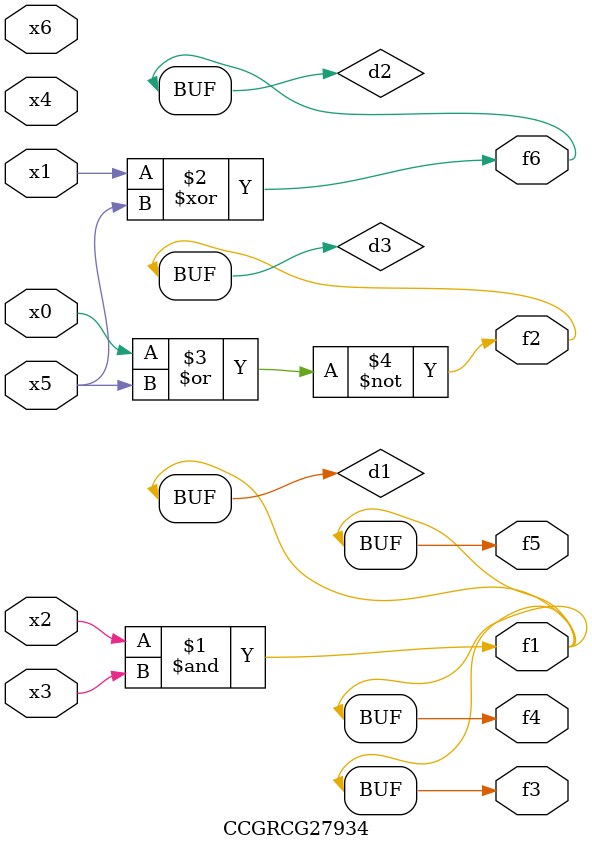
<source format=v>
module CCGRCG27934(
	input x0, x1, x2, x3, x4, x5, x6,
	output f1, f2, f3, f4, f5, f6
);

	wire d1, d2, d3;

	and (d1, x2, x3);
	xor (d2, x1, x5);
	nor (d3, x0, x5);
	assign f1 = d1;
	assign f2 = d3;
	assign f3 = d1;
	assign f4 = d1;
	assign f5 = d1;
	assign f6 = d2;
endmodule

</source>
